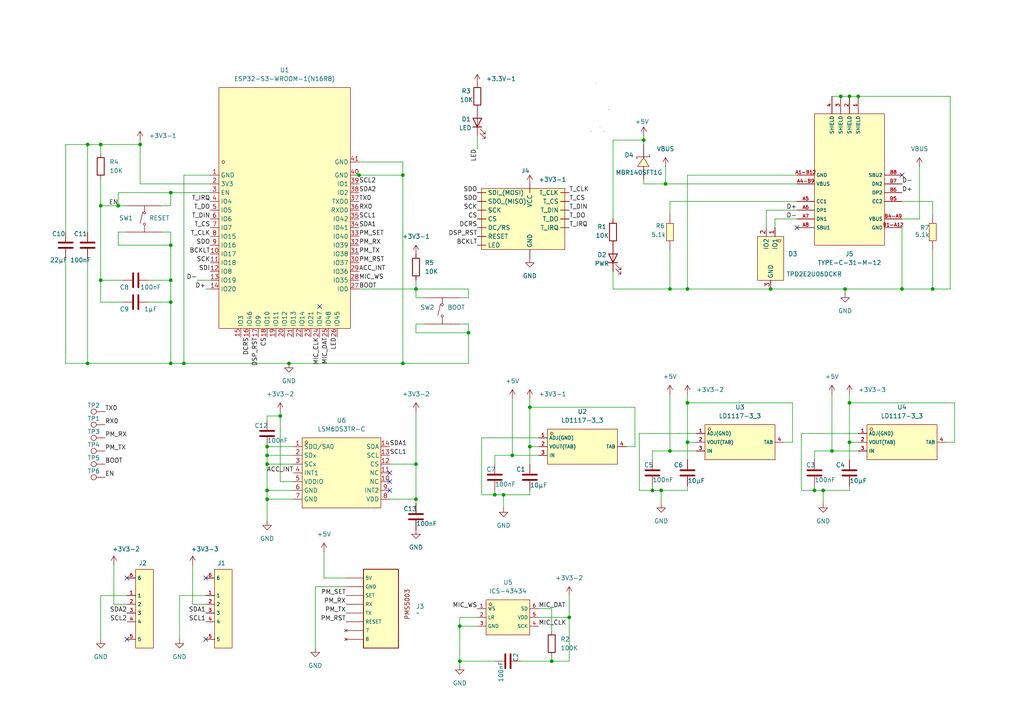
<source format=kicad_sch>
(kicad_sch (version 20250114) (generator "eeschema") (generator_version "9.0")
  (paper "A4")
  (title_block (title "ESPr") (date "2025-02-23") (rev "0.1.1") (company "PDX Hackerspace") (comment 1 "John Romkey"))
  (lib_symbols
    (symbol "1mySymbols:PMS5003_Connector" (pin_numbers (hide yes))
      (property "Reference" "J" (at 0 26.67 0))
      (symbol "PMS5003_Connector_1_0"
        (pin power_in line (at -10.16 21.59 0) (length 5.08) (name "5V") (number "1"))
        (pin power_in line (at -10.16 19.05 0) (length 5.08) (name "GND") (number "2"))
        (pin input line (at -10.16 16.51 0) (length 5.08) (name "SET") (number "3"))
        (pin input line (at -10.16 13.97 0) (length 5.08) (name "RX") (number "4"))
        (pin output line (at -10.16 11.43 0) (length 5.08) (name "TX") (number "5"))
        (pin input line (at -10.16 8.89 0) (length 5.08) (name "RESET") (number "6"))
        (pin no_connect line (at -10.16 6.35 0) (length 5.08) (name "7") (number "7"))
        (pin no_connect line (at -10.16 3.81 0) (length 5.08) (name "8") (number "8"))
      )
      (symbol "PMS5003_Connector_1_1"
        (text "PMS5003" (at 7.62 13.97 900) (effects (font (size 1.27 1.27))))
      )
    )
    (symbol "1mySymbols:SPI_TFT_Touch" (pin_numbers (hide yes))
      (property "Reference" "U" (at 0 12.7 0))
      (symbol "SPI_TFT_Touch_1_1"
        (pin input line (at -13.97 6.35 0) (length 2.54) (name "SDI_(MOSI)") (number "6"))
        (pin input line (at -13.97 3.81 0) (length 2.54) (name "SDO_(MISO)") (number "9"))
        (pin input line (at -13.97 1.27 0) (length 2.54) (name "SCK") (number "7"))
        (pin input line (at -13.97 -1.27 0) (length 2.54) (name "CS") (number "3"))
        (pin input line (at -13.97 -3.81 0) (length 2.54) (name "DC/RS") (number "5"))
        (pin input line (at -13.97 -6.35 0) (length 2.54) (name "RESET") (number "4"))
        (pin input line (at -13.97 -8.89 0) (length 2.54) (name "LED") (number "8"))
        (pin power_in line (at 1.27 8.89 270) (length 2.54) (name "VCC") (number "1"))
        (pin power_in line (at 1.27 -12.7 90) (length 2.54) (name "GND") (number "2"))
        (pin input line (at 12.7 6.35 180) (length 2.54) (name "T_CLK") (number "10"))
        (pin input line (at 12.7 3.81 180) (length 2.54) (name "T_CS") (number "11"))
        (pin input line (at 12.7 1.27 180) (length 2.54) (name "T_DIN") (number "12"))
        (pin output line (at 12.7 -1.27 180) (length 2.54) (name "T_DO") (number "13"))
        (pin output line (at 12.7 -3.81 180) (length 2.54) (name "T_IRQ") (number "14"))
      )
    )
    (symbol "AR02BTC5101_1" (pin_numbers (hide yes)) (pin_names (hide yes))
      (property "Reference" "R" (at 0 1.27 0))
      (property "Value" "AR02BTC5101" (at 0 -2.54 0))
      (symbol "AR02BTC5101_1_0_1"
        (pin unspecified line (at -5.08 0 0) (length 2.54) (name "1") (number "1"))
        (pin unspecified line (at 5.08 0 180) (length 2.54) (name "2") (number "2"))
      )
    )
    (symbol "Connector:TestPoint" (pin_numbers (hide yes)) (pin_names (offset 0.762) (hide yes))
      (property "Reference" "TP" (at 0 6.858 0))
      (property "Value" "TestPoint" (at 0 5.08 0))
      (symbol "TestPoint_1_1"
        (pin passive line (at 0 0 90) (length 2.54) (name "1") (number "1"))
      )
    )
    (symbol "Device:C" (pin_numbers (hide yes)) (pin_names (offset 0.254))
      (property "Reference" "C" (at 0.635 2.54 0))
      (property "Value" "C" (at 0.635 -2.54 0))
      (symbol "C_1_1"
        (pin passive line (at 0 3.81 270) (length 2.794) (name "~") (number "1"))
        (pin passive line (at 0 -3.81 90) (length 2.794) (name "~") (number "2"))
      )
    )
    (symbol "Device:LED" (pin_numbers (hide yes)) (pin_names (offset 1.016) (hide yes))
      (property "Reference" "D" (at 0 2.54 0))
      (property "Value" "LED" (at 0 -2.54 0))
      (symbol "LED_1_1"
        (pin passive line (at -3.81 0 0) (length 2.54) (name "K") (number "1"))
        (pin passive line (at 3.81 0 180) (length 2.54) (name "A") (number "2"))
      )
    )
    (symbol "Device:R" (pin_numbers (hide yes)) (pin_names (offset 0))
      (property "Reference" "R" (at 2.032 0 90))
      (property "Value" "R" (at 0 0 90))
      (symbol "R_1_1"
        (pin passive line (at 0 3.81 270) (length 1.27) (name "~") (number "1"))
        (pin passive line (at 0 -3.81 90) (length 1.27) (name "~") (number "2"))
      )
    )
    (symbol "EasyEDA:LSM6DS3TR-C"
      (property "Reference" "U" (at 0 12.7 0))
      (property "Value" "LSM6DS3TR-C" (at 0 -12.7 0))
      (symbol "LSM6DS3TR-C_0_1"
        (pin unspecified line (at -13.97 7.62 0) (length 2.54) (name "SDO/SA0") (number "1"))
        (pin unspecified line (at -13.97 5.08 0) (length 2.54) (name "SDx") (number "2"))
        (pin unspecified line (at -13.97 2.54 0) (length 2.54) (name "SCx") (number "3"))
        (pin unspecified line (at -13.97 0 0) (length 2.54) (name "INT1") (number "4"))
        (pin unspecified line (at -13.97 -2.54 0) (length 2.54) (name "VDDIO") (number "5"))
        (pin unspecified line (at -13.97 -5.08 0) (length 2.54) (name "GND") (number "6"))
        (pin unspecified line (at -13.97 -7.62 0) (length 2.54) (name "GND") (number "7"))
        (pin unspecified line (at 13.97 7.62 180) (length 2.54) (name "SDA") (number "14"))
        (pin unspecified line (at 13.97 5.08 180) (length 2.54) (name "SCL") (number "13"))
        (pin unspecified line (at 13.97 2.54 180) (length 2.54) (name "CS") (number "12"))
        (pin unspecified line (at 13.97 0 180) (length 2.54) (name "NC") (number "11"))
        (pin unspecified line (at 13.97 -2.54 180) (length 2.54) (name "NC") (number "10"))
        (pin unspecified line (at 13.97 -5.08 180) (length 2.54) (name "INT2") (number "9"))
        (pin unspecified line (at 13.97 -7.62 180) (length 2.54) (name "VDD") (number "8"))
      )
    )
    (symbol "TS-1187A-B-A-B_1" (pin_numbers (hide yes)) (pin_names (hide yes))
      (property "Reference" "SW" (at 0 7.62 0))
      (property "Value" "TS-1187A-B-A-B" (at 0 -10.16 0))
      (symbol "TS-1187A-B-A-B_1_0_1"
        (pin unspecified line (at -5.08 2.54 0) (length 2.54) (name "A") (number "1"))
        (pin unspecified line (at -5.08 -5.08 0) (length 2.54) (name "C") (number "3"))
        (pin unspecified line (at 5.08 2.54 180) (length 2.54) (name "B") (number "2"))
        (pin unspecified line (at 5.08 -5.08 180) (length 2.54) (name "D") (number "4"))
      )
    )
    (symbol "easyeda2kicad.kicad_sym:AR02BTC5101" (pin_numbers (hide yes)) (pin_names (hide yes))
      (property "Reference" "R" (at 0 1.27 0))
      (property "Value" "AR02BTC5101" (at 0 -2.54 0))
      (symbol "AR02BTC5101_0_1"
        (pin unspecified line (at -5.08 0 0) (length 2.54) (name "1") (number "1"))
        (pin unspecified line (at 5.08 0 180) (length 2.54) (name "2") (number "2"))
      )
    )
    (symbol "easyeda2kicad.kicad_sym:ICS-43434_C5656610"
      (property "Reference" "U" (at 0 1.27 0))
      (property "Value" "ICS-43434_C5656610" (at 0 -2.54 0))
      (symbol "ICS-43434_C5656610_0_1"
        (pin unspecified line (at -8.89 2.54 0) (length 2.54) (name "WS") (number "1"))
        (pin unspecified line (at -8.89 0 0) (length 2.54) (name "LR") (number "2"))
        (pin unspecified line (at -8.89 -2.54 0) (length 2.54) (name "GND") (number "3"))
        (pin unspecified line (at 8.89 2.54 180) (length 2.54) (name "SD") (number "6"))
        (pin unspecified line (at 8.89 0 180) (length 2.54) (name "VDD") (number "5"))
        (pin unspecified line (at 8.89 -2.54 180) (length 2.54) (name "SCK") (number "4"))
      )
    )
    (symbol "easyeda2kicad.kicad_sym:LD1117-3_3"
      (property "Reference" "U" (at 0 1.27 0))
      (property "Value" "LD1117-3_3" (at 0 -2.54 0))
      (symbol "LD1117-3_3_0_1"
        (pin power_in line (at -12.7 2.54 0) (length 2.54) (name "ADJ(GND)") (number "1"))
        (pin power_out line (at -12.7 0 0) (length 2.54) (name "VOUT(TAB)") (number "2"))
        (pin power_in line (at -12.7 -2.54 0) (length 2.54) (name "IN") (number "3"))
        (pin power_in line (at 12.7 0 180) (length 2.54) (name "TAB") (number "4"))
      )
    )
    (symbol "easyeda2kicad.kicad_sym:MC-311D"
      (property "Reference" "U" (at 0 1.27 0))
      (property "Value" "MC-311D" (at 0 -2.54 0))
      (symbol "MC-311D_0_1"
        (pin unspecified line (at -15.24 -1.27 0) (length 5.08) (name "GND") (number "A1-B12"))
        (pin unspecified line (at -15.24 -3.81 0) (length 5.08) (name "VBUS") (number "A4-B9"))
        (pin unspecified line (at -15.24 -8.89 0) (length 5.08) (name "CC1") (number "A5"))
        (pin unspecified line (at -15.24 -11.43 0) (length 5.08) (name "DP1") (number "A6"))
        (pin unspecified line (at -15.24 -13.97 0) (length 5.08) (name "DN1") (number "A7"))
        (pin unspecified line (at -15.24 -16.51 0) (length 5.08) (name "SBU1") (number "A8"))
        (pin unspecified line (at -5.08 21.59 270) (length 5.08) (name "SHIELD") (number "4"))
        (pin unspecified line (at -2.54 21.59 270) (length 5.08) (name "SHIELD") (number "3"))
        (pin unspecified line (at 0 21.59 270) (length 5.08) (name "SHIELD") (number "2"))
        (pin unspecified line (at 2.54 21.59 270) (length 5.08) (name "SHIELD") (number "1"))
        (pin unspecified line (at 15.24 -1.27 180) (length 5.08) (name "SBU2") (number "B8"))
        (pin unspecified line (at 15.24 -3.81 180) (length 5.08) (name "DN2") (number "B7"))
        (pin unspecified line (at 15.24 -6.35 180) (length 5.08) (name "DP2") (number "B6"))
        (pin unspecified line (at 15.24 -8.89 180) (length 5.08) (name "CC2") (number "B5"))
        (pin unspecified line (at 15.24 -13.97 180) (length 5.08) (name "VBUS") (number "B4-A9"))
        (pin unspecified line (at 15.24 -16.51 180) (length 5.08) (name "GND") (number "B1-A12"))
      )
    )
    (symbol "easyeda2kicad.kicad_sym:SM04B-SRSS-TB_(LF)(SN)"
      (property "Reference" "U" (at 0 1.27 0))
      (property "Value" "SM04B-SRSS-TB_(LF)(SN)" (at 0 -2.54 0))
      (symbol "SM04B-SRSS-TB_(LF)(SN)_0_1"
        (pin unspecified line (at -8.89 3.81 270) (length 2.54) (name "6") (number "6"))
        (pin unspecified line (at -3.81 3.81 270) (length 2.54) (name "1") (number "1"))
        (pin unspecified line (at -1.27 3.81 270) (length 2.54) (name "2") (number "2"))
        (pin unspecified line (at 1.27 3.81 270) (length 2.54) (name "3") (number "3"))
        (pin unspecified line (at 3.81 3.81 270) (length 2.54) (name "4") (number "4"))
        (pin unspecified line (at 8.89 3.81 270) (length 2.54) (name "5") (number "5"))
      )
    )
    (symbol "new:ESP32-S3-WROOM-1(N16R8)"
      (property "Reference" "U" (at 0 20.32 0))
      (property "Value" "ESP32-S3-WROOM-1(N16R8)" (at 0 -40.64 0))
      (symbol "ESP32-S3-WROOM-1(N16R8)_0_1"
        (pin unspecified line (at -21.59 11.43 0) (length 2.54) (name "GND") (number "1"))
        (pin unspecified line (at -21.59 8.89 0) (length 2.54) (name "3V3") (number "2"))
        (pin unspecified line (at -21.59 6.35 0) (length 2.54) (name "EN") (number "3"))
        (pin unspecified line (at -21.59 3.81 0) (length 2.54) (name "IO4") (number "4"))
        (pin unspecified line (at -21.59 1.27 0) (length 2.54) (name "IO5") (number "5"))
        (pin unspecified line (at -21.59 -1.27 0) (length 2.54) (name "IO6") (number "6"))
        (pin unspecified line (at -21.59 -3.81 0) (length 2.54) (name "IO7") (number "7"))
        (pin unspecified line (at -21.59 -6.35 0) (length 2.54) (name "IO15") (number "8"))
        (pin unspecified line (at -21.59 -8.89 0) (length 2.54) (name "IO16") (number "9"))
        (pin unspecified line (at -21.59 -11.43 0) (length 2.54) (name "IO17") (number "10"))
        (pin unspecified line (at -21.59 -13.97 0) (length 2.54) (name "IO18") (number "11"))
        (pin unspecified line (at -21.59 -16.51 0) (length 2.54) (name "IO8") (number "12"))
        (pin unspecified line (at -21.59 -19.05 0) (length 2.54) (name "IO19") (number "13"))
        (pin unspecified line (at -21.59 -21.59 0) (length 2.54) (name "IO20") (number "14"))
        (pin unspecified line (at -12.7 -35.56 90) (length 2.54) (name "IO3") (number "15"))
        (pin unspecified line (at -10.16 -35.56 90) (length 2.54) (name "IO46") (number "16"))
        (pin unspecified line (at -7.62 -35.56 90) (length 2.54) (name "IO9") (number "17"))
        (pin unspecified line (at -5.08 -35.56 90) (length 2.54) (name "IO10") (number "18"))
        (pin unspecified line (at -2.54 -35.56 90) (length 2.54) (name "IO11") (number "19"))
        (pin unspecified line (at 0 -35.56 90) (length 2.54) (name "IO12") (number "20"))
        (pin unspecified line (at 2.54 -35.56 90) (length 2.54) (name "IO13") (number "21"))
        (pin unspecified line (at 5.08 -35.56 90) (length 2.54) (name "IO14") (number "22"))
        (pin unspecified line (at 7.62 -35.56 90) (length 2.54) (name "IO21") (number "23"))
        (pin unspecified line (at 10.16 -35.56 90) (length 2.54) (name "IO47") (number "24"))
        (pin unspecified line (at 12.7 -35.56 90) (length 2.54) (name "IO48") (number "25"))
        (pin unspecified line (at 15.24 -35.56 90) (length 2.54) (name "IO45") (number "26"))
        (pin unspecified line (at 21.59 15.24 180) (length 2.54) (name "GND") (number "41"))
        (pin unspecified line (at 21.59 11.43 180) (length 2.54) (name "GND") (number "40"))
        (pin unspecified line (at 21.59 8.89 180) (length 2.54) (name "IO1") (number "39"))
        (pin unspecified line (at 21.59 6.35 180) (length 2.54) (name "IO2") (number "38"))
        (pin unspecified line (at 21.59 3.81 180) (length 2.54) (name "TXD0") (number "37"))
        (pin unspecified line (at 21.59 1.27 180) (length 2.54) (name "RXD0") (number "36"))
        (pin unspecified line (at 21.59 -1.27 180) (length 2.54) (name "IO42") (number "35"))
        (pin unspecified line (at 21.59 -3.81 180) (length 2.54) (name "IO41") (number "34"))
        (pin unspecified line (at 21.59 -6.35 180) (length 2.54) (name "IO40") (number "33"))
        (pin unspecified line (at 21.59 -8.89 180) (length 2.54) (name "IO39") (number "32"))
        (pin unspecified line (at 21.59 -11.43 180) (length 2.54) (name "IO38") (number "31"))
        (pin unspecified line (at 21.59 -13.97 180) (length 2.54) (name "IO37") (number "30"))
        (pin unspecified line (at 21.59 -16.51 180) (length 2.54) (name "IO36") (number "29"))
        (pin unspecified line (at 21.59 -19.05 180) (length 2.54) (name "IO35") (number "28"))
        (pin unspecified line (at 21.59 -21.59 180) (length 2.54) (name "IO0") (number "27"))
      )
    )
    (symbol "new:MBR140SFT1G" (pin_numbers (hide yes)) (pin_names (hide yes))
      (property "Reference" "D" (at 0 5.08 0))
      (property "Value" "MBR140SFT1G" (at 0 -5.08 0))
      (symbol "MBR140SFT1G_0_1"
        (pin unspecified line (at -5.08 0 0) (length 3.81) (name "K") (number "1"))
        (pin unspecified line (at 5.08 0 180) (length 3.81) (name "A") (number "2"))
      )
    )
    (symbol "new:TPD2E2U06DCKR"
      (property "Reference" "D" (at 0 6.35 0))
      (property "Value" "TPD2E2U06DCKR" (at 0 -6.35 0))
      (symbol "TPD2E2U06DCKR_0_1"
        (pin unspecified line (at -8.89 1.27 0) (length 2.54) (name "IO1") (number "1"))
        (pin unspecified line (at -8.89 -1.27 0) (length 2.54) (name "IO2") (number "2"))
        (pin unspecified line (at 8.89 0 180) (length 2.54) (name "GND") (number "3"))
      )
    )
    (symbol "new:TS-1187A-B-A-B" (pin_numbers (hide yes)) (pin_names (hide yes))
      (property "Reference" "SW" (at 0 7.62 0))
      (property "Value" "TS-1187A-B-A-B" (at 0 -10.16 0))
      (symbol "TS-1187A-B-A-B_0_1"
        (pin unspecified line (at -5.08 2.54 0) (length 2.54) (name "A") (number "1"))
        (pin unspecified line (at -5.08 -5.08 0) (length 2.54) (name "C") (number "3"))
        (pin unspecified line (at 5.08 2.54 180) (length 2.54) (name "B") (number "2"))
        (pin unspecified line (at 5.08 -5.08 180) (length 2.54) (name "D") (number "4"))
      )
    )
    (symbol "power:+3V3" (power) (pin_numbers (hide yes)) (pin_names (offset 0) (hide yes))
      (property "Value" "+3V3" (at 0 3.556 0))
      (symbol "+3V3_1_1"
        (pin power_in line (at 0 0 90) (length 0) (name "~") (number "1"))
      )
    )
    (symbol "power:+5V" (power) (pin_numbers (hide yes)) (pin_names (offset 0) (hide yes))
      (property "Value" "+5V" (at 0 3.556 0))
      (symbol "+5V_1_1"
        (pin power_in line (at 0 0 90) (length 0) (name "~") (number "1"))
      )
    )
    (symbol "power:GND" (power) (pin_numbers (hide yes)) (pin_names (offset 0) (hide yes))
      (property "Value" "GND" (at 0 -3.81 0))
      (symbol "GND_1_1"
        (pin power_in line (at 0 0 270) (length 0) (name "~") (number "1"))
      )
    )
    (symbol "power:VBUS" (power) (pin_numbers (hide yes)) (pin_names (offset 0) (hide yes))
      (property "Value" "VBUS" (at 0 3.556 0))
      (symbol "VBUS_1_1"
        (pin power_in line (at 0 0 90) (length 0) (name "~") (number "1"))
      )
    )
  )
  (junction (at 245.11 83.82))
  (junction (at 29.21 41.91))
  (junction (at 116.84 105.41))
  (junction (at 241.3 130.81))
  (junction (at 120.65 134.62))
  (junction (at 25.4 41.91))
  (junction (at 53.34 105.41))
  (junction (at 49.53 81.28))
  (junction (at 238.76 142.24))
  (junction (at 49.53 55.88))
  (junction (at 120.65 144.78))
  (junction (at 160.02 191.77))
  (junction (at 143.51 143.51))
  (junction (at 116.84 50.8))
  (junction (at 77.47 144.78))
  (junction (at 83.82 105.41))
  (junction (at 248.92 27.94))
  (junction (at 153.67 118.11))
  (junction (at 223.52 83.82))
  (junction (at 194.31 130.81))
  (junction (at 104.14 50.8))
  (junction (at 246.38 116.84))
  (junction (at 193.04 53.34))
  (junction (at 77.47 129.54))
  (junction (at 194.31 83.82))
  (junction (at 199.39 83.82))
  (junction (at 165.1 179.07))
  (junction (at 243.84 27.94))
  (junction (at 153.67 129.54))
  (junction (at 77.47 134.62))
  (junction (at 261.62 83.82))
  (junction (at 49.53 87.63))
  (junction (at 148.59 132.08))
  (junction (at 49.53 71.12))
  (junction (at 199.39 116.84))
  (junction (at 25.4 105.41))
  (junction (at 146.05 143.51))
  (junction (at 186.69 40.64))
  (junction (at 189.23 142.24))
  (junction (at 81.28 120.65))
  (junction (at 34.29 59.69))
  (junction (at 246.38 128.27))
  (junction (at 120.65 83.82))
  (junction (at 77.47 142.24))
  (junction (at 40.64 41.91))
  (junction (at 199.39 128.27))
  (junction (at 29.21 81.28))
  (junction (at 49.53 105.41))
  (junction (at 246.38 27.94))
  (junction (at 191.77 142.24))
  (junction (at 236.22 142.24))
  (junction (at 77.47 132.08))
  (junction (at 133.35 181.61))
  (junction (at 270.51 83.82))
  (junction (at 133.35 191.77))
  (junction (at 135.89 96.52))
  (junction (at 29.21 59.69))
  (no_connect (at 113.03 142.24))
  (no_connect (at 59.69 167.64))
  (no_connect (at 231.14 66.04))
  (no_connect (at 261.62 50.8))
  (no_connect (at 36.83 167.64))
  (no_connect (at 92.71 88.9))
  (no_connect (at 113.03 137.16))
  (no_connect (at 113.03 139.7))
  (no_connect (at 36.83 185.42))
  (no_connect (at 59.69 185.42))
  (wire (pts (xy 261.62 83.82) (xy 270.51 83.82)))
  (wire (pts (xy 43.18 81.28) (xy 49.53 81.28)))
  (wire (pts (xy 160.02 191.77) (xy 165.1 191.77)))
  (wire (pts (xy 201.93 128.27) (xy 199.39 128.27)))
  (wire (pts (xy 151.13 191.77) (xy 160.02 191.77)))
  (wire (pts (xy 241.3 27.94) (xy 243.84 27.94)))
  (wire (pts (xy 120.65 83.82) (xy 135.89 83.82)))
  (wire (pts (xy 199.39 142.24) (xy 199.39 140.97)))
  (wire (pts (xy 19.05 41.91) (xy 25.4 41.91)))
  (wire (pts (xy 29.21 172.72) (xy 29.21 185.42)))
  (wire (pts (xy 120.65 96.52) (xy 135.89 96.52)))
  (wire (pts (xy 177.8 83.82) (xy 194.31 83.82)))
  (wire (pts (xy 77.47 134.62) (xy 77.47 142.24)))
  (wire (pts (xy 34.29 59.69) (xy 29.21 59.69)))
  (wire (pts (xy 143.51 132.08) (xy 148.59 132.08)))
  (wire (pts (xy 156.21 132.08) (xy 148.59 132.08)))
  (wire (pts (xy 261.62 63.5) (xy 266.7 63.5)))
  (wire (pts (xy 60.96 50.8) (xy 53.34 50.8)))
  (wire (pts (xy 139.7 127) (xy 139.7 143.51)))
  (wire (pts (xy 181.61 129.54) (xy 184.15 129.54)))
  (wire (pts (xy 91.44 170.18) (xy 91.44 187.96)))
  (wire (pts (xy 34.29 59.69) (xy 36.83 59.69)))
  (wire (pts (xy 77.47 144.78) (xy 77.47 151.13)))
  (wire (pts (xy 40.64 41.91) (xy 40.64 53.34)))
  (wire (pts (xy 238.76 142.24) (xy 246.38 142.24)))
  (wire (pts (xy 245.11 83.82) (xy 245.11 85.09)))
  (wire (pts (xy 143.51 132.08) (xy 143.51 134.62)))
  (wire (pts (xy 49.53 59.69) (xy 46.99 59.69)))
  (wire (pts (xy 120.65 144.78) (xy 120.65 146.05)))
  (wire (pts (xy 160.02 176.53) (xy 160.02 182.88)))
  (wire (pts (xy 138.43 179.07) (xy 133.35 179.07)))
  (wire (pts (xy 227.33 128.27) (xy 229.87 128.27)))
  (wire (pts (xy 223.52 83.82) (xy 245.11 83.82)))
  (wire (pts (xy 139.7 143.51) (xy 143.51 143.51)))
  (wire (pts (xy 49.53 105.41) (xy 53.34 105.41)))
  (wire (pts (xy 275.59 83.82) (xy 270.51 83.82)))
  (wire (pts (xy 40.64 53.34) (xy 60.96 53.34)))
  (wire (pts (xy 83.82 105.41) (xy 116.84 105.41)))
  (wire (pts (xy 29.21 59.69) (xy 29.21 81.28)))
  (wire (pts (xy 113.03 144.78) (xy 120.65 144.78)))
  (wire (pts (xy 116.84 46.99) (xy 116.84 50.8)))
  (wire (pts (xy 229.87 128.27) (xy 229.87 116.84)))
  (wire (pts (xy 199.39 128.27) (xy 199.39 133.35)))
  (wire (pts (xy 236.22 142.24) (xy 238.76 142.24)))
  (wire (pts (xy 246.38 142.24) (xy 246.38 140.97)))
  (wire (pts (xy 120.65 83.82) (xy 120.65 86.36)))
  (wire (pts (xy 153.67 129.54) (xy 153.67 134.62)))
  (wire (pts (xy 77.47 132.08) (xy 77.47 134.62)))
  (wire (pts (xy 184.15 129.54) (xy 184.15 118.11)))
  (wire (pts (xy 156.21 179.07) (xy 165.1 179.07)))
  (wire (pts (xy 185.42 125.73) (xy 185.42 142.24)))
  (wire (pts (xy 120.65 93.98) (xy 120.65 96.52)))
  (wire (pts (xy 224.79 63.5) (xy 231.14 63.5)))
  (wire (pts (xy 49.53 81.28) (xy 49.53 87.63)))
  (wire (pts (xy 33.02 163.83) (xy 33.02 175.26)))
  (wire (pts (xy 248.92 125.73) (xy 232.41 125.73)))
  (wire (pts (xy 49.53 55.88) (xy 49.53 59.69)))
  (wire (pts (xy 93.98 160.02) (xy 93.98 167.64)))
  (wire (pts (xy 120.65 86.36) (xy 123.19 86.36)))
  (wire (pts (xy 138.43 181.61) (xy 133.35 181.61)))
  (wire (pts (xy 40.64 40.64) (xy 40.64 41.91)))
  (wire (pts (xy 199.39 50.8) (xy 231.14 50.8)))
  (wire (pts (xy 275.59 27.94) (xy 275.59 83.82)))
  (wire (pts (xy 113.03 134.62) (xy 120.65 134.62)))
  (wire (pts (xy 59.69 172.72) (xy 52.07 172.72)))
  (wire (pts (xy 81.28 119.38) (xy 81.28 120.65)))
  (wire (pts (xy 104.14 46.99) (xy 116.84 46.99)))
  (wire (pts (xy 156.21 176.53) (xy 160.02 176.53)))
  (wire (pts (xy 53.34 50.8) (xy 53.34 105.41)))
  (wire (pts (xy 34.29 71.12) (xy 49.53 71.12)))
  (wire (pts (xy 85.09 129.54) (xy 77.47 129.54)))
  (wire (pts (xy 146.05 143.51) (xy 146.05 147.32)))
  (wire (pts (xy 165.1 191.77) (xy 165.1 179.07)))
  (wire (pts (xy 186.69 41.91) (xy 186.69 40.64)))
  (wire (pts (xy 60.96 55.88) (xy 49.53 55.88)))
  (wire (pts (xy 120.65 93.98) (xy 123.19 93.98)))
  (wire (pts (xy 236.22 142.24) (xy 236.22 140.97)))
  (wire (pts (xy 34.29 67.31) (xy 34.29 71.12)))
  (wire (pts (xy 276.86 116.84) (xy 246.38 116.84)))
  (wire (pts (xy 57.15 81.28) (xy 60.96 81.28)))
  (wire (pts (xy 36.83 175.26) (xy 33.02 175.26)))
  (wire (pts (xy 274.32 128.27) (xy 276.86 128.27)))
  (wire (pts (xy 85.09 132.08) (xy 77.47 132.08)))
  (wire (pts (xy 186.69 52.07) (xy 186.69 53.34)))
  (wire (pts (xy 189.23 130.81) (xy 189.23 133.35)))
  (wire (pts (xy 143.51 143.51) (xy 146.05 143.51)))
  (wire (pts (xy 246.38 128.27) (xy 246.38 133.35)))
  (wire (pts (xy 138.43 39.37) (xy 138.43 43.18)))
  (wire (pts (xy 25.4 41.91) (xy 25.4 67.31)))
  (wire (pts (xy 19.05 41.91) (xy 19.05 67.31)))
  (wire (pts (xy 270.51 58.42) (xy 270.51 62.23)))
  (wire (pts (xy 248.92 128.27) (xy 246.38 128.27)))
  (wire (pts (xy 77.47 121.92) (xy 77.47 120.65)))
  (wire (pts (xy 19.05 105.41) (xy 25.4 105.41)))
  (wire (pts (xy 120.65 134.62) (xy 120.65 144.78)))
  (wire (pts (xy 29.21 52.07) (xy 29.21 59.69)))
  (wire (pts (xy 135.89 86.36) (xy 133.35 86.36)))
  (wire (pts (xy 135.89 96.52) (xy 135.89 105.41)))
  (wire (pts (xy 236.22 130.81) (xy 241.3 130.81)))
  (wire (pts (xy 49.53 71.12) (xy 49.53 81.28)))
  (wire (pts (xy 245.11 83.82) (xy 261.62 83.82)))
  (wire (pts (xy 224.79 63.5) (xy 224.79 66.04)))
  (wire (pts (xy 120.65 81.28) (xy 120.65 83.82)))
  (wire (pts (xy 77.47 142.24) (xy 85.09 142.24)))
  (wire (pts (xy 270.51 83.82) (xy 270.51 72.39)))
  (wire (pts (xy 100.33 167.64) (xy 93.98 167.64)))
  (wire (pts (xy 116.84 105.41) (xy 135.89 105.41)))
  (wire (pts (xy 29.21 41.91) (xy 29.21 44.45)))
  (wire (pts (xy 34.29 67.31) (xy 36.83 67.31)))
  (wire (pts (xy 104.14 50.8) (xy 116.84 50.8)))
  (wire (pts (xy 77.47 142.24) (xy 77.47 144.78)))
  (wire (pts (xy 133.35 181.61) (xy 133.35 191.77)))
  (wire (pts (xy 261.62 66.04) (xy 261.62 83.82)))
  (wire (pts (xy 194.31 83.82) (xy 194.31 72.39)))
  (wire (pts (xy 43.18 87.63) (xy 49.53 87.63)))
  (wire (pts (xy 143.51 143.51) (xy 143.51 142.24)))
  (wire (pts (xy 153.67 143.51) (xy 153.67 142.24)))
  (wire (pts (xy 133.35 191.77) (xy 143.51 191.77)))
  (wire (pts (xy 156.21 127) (xy 139.7 127)))
  (wire (pts (xy 199.39 83.82) (xy 223.52 83.82)))
  (wire (pts (xy 194.31 58.42) (xy 231.14 58.42)))
  (wire (pts (xy 246.38 116.84) (xy 246.38 128.27)))
  (wire (pts (xy 177.8 40.64) (xy 177.8 63.5)))
  (wire (pts (xy 91.44 170.18) (xy 100.33 170.18)))
  (wire (pts (xy 29.21 41.91) (xy 40.64 41.91)))
  (wire (pts (xy 153.67 115.57) (xy 153.67 118.11)))
  (wire (pts (xy 133.35 93.98) (xy 135.89 93.98)))
  (wire (pts (xy 135.89 93.98) (xy 135.89 96.52)))
  (wire (pts (xy 194.31 114.3) (xy 194.31 130.81)))
  (wire (pts (xy 199.39 116.84) (xy 199.39 128.27)))
  (wire (pts (xy 133.35 193.04) (xy 133.35 191.77)))
  (wire (pts (xy 146.05 143.51) (xy 153.67 143.51)))
  (wire (pts (xy 266.7 48.26) (xy 266.7 63.5)))
  (wire (pts (xy 193.04 48.26) (xy 193.04 53.34)))
  (wire (pts (xy 194.31 62.23) (xy 194.31 58.42)))
  (wire (pts (xy 49.53 87.63) (xy 49.53 105.41)))
  (wire (pts (xy 236.22 130.81) (xy 236.22 133.35)))
  (wire (pts (xy 81.28 120.65) (xy 81.28 139.7)))
  (wire (pts (xy 153.67 118.11) (xy 153.67 129.54)))
  (wire (pts (xy 199.39 114.3) (xy 199.39 116.84)))
  (wire (pts (xy 194.31 83.82) (xy 199.39 83.82)))
  (wire (pts (xy 77.47 120.65) (xy 81.28 120.65)))
  (wire (pts (xy 248.92 130.81) (xy 241.3 130.81)))
  (wire (pts (xy 222.25 60.96) (xy 222.25 66.04)))
  (wire (pts (xy 276.86 128.27) (xy 276.86 116.84)))
  (wire (pts (xy 77.47 134.62) (xy 85.09 134.62)))
  (wire (pts (xy 191.77 142.24) (xy 191.77 146.05)))
  (wire (pts (xy 116.84 50.8) (xy 116.84 105.41)))
  (wire (pts (xy 261.62 58.42) (xy 270.51 58.42)))
  (wire (pts (xy 102.87 50.8) (xy 104.14 50.8)))
  (wire (pts (xy 25.4 74.93) (xy 25.4 105.41)))
  (wire (pts (xy 77.47 129.54) (xy 77.47 132.08)))
  (wire (pts (xy 231.14 60.96) (xy 222.25 60.96)))
  (wire (pts (xy 49.53 67.31) (xy 49.53 71.12)))
  (wire (pts (xy 49.53 55.88) (xy 34.29 55.88)))
  (wire (pts (xy 156.21 129.54) (xy 153.67 129.54)))
  (wire (pts (xy 186.69 40.64) (xy 177.8 40.64)))
  (wire (pts (xy 191.77 142.24) (xy 199.39 142.24)))
  (wire (pts (xy 185.42 142.24) (xy 189.23 142.24)))
  (wire (pts (xy 19.05 74.93) (xy 19.05 105.41)))
  (wire (pts (xy 201.93 125.73) (xy 185.42 125.73)))
  (wire (pts (xy 59.69 83.82) (xy 60.96 83.82)))
  (wire (pts (xy 53.34 105.41) (xy 83.82 105.41)))
  (wire (pts (xy 248.92 27.94) (xy 275.59 27.94)))
  (wire (pts (xy 184.15 118.11) (xy 153.67 118.11)))
  (wire (pts (xy 201.93 130.81) (xy 194.31 130.81)))
  (wire (pts (xy 52.07 172.72) (xy 52.07 185.42)))
  (wire (pts (xy 189.23 142.24) (xy 191.77 142.24)))
  (wire (pts (xy 186.69 53.34) (xy 193.04 53.34)))
  (wire (pts (xy 34.29 55.88) (xy 34.29 59.69)))
  (wire (pts (xy 148.59 115.57) (xy 148.59 132.08)))
  (wire (pts (xy 243.84 27.94) (xy 246.38 27.94)))
  (wire (pts (xy 36.83 172.72) (xy 29.21 172.72)))
  (wire (pts (xy 29.21 81.28) (xy 29.21 87.63)))
  (wire (pts (xy 165.1 172.72) (xy 165.1 179.07)))
  (wire (pts (xy 133.35 179.07) (xy 133.35 181.61)))
  (wire (pts (xy 246.38 27.94) (xy 248.92 27.94)))
  (wire (pts (xy 232.41 125.73) (xy 232.41 142.24)))
  (wire (pts (xy 177.8 78.74) (xy 177.8 83.82)))
  (wire (pts (xy 229.87 116.84) (xy 199.39 116.84)))
  (wire (pts (xy 246.38 114.3) (xy 246.38 116.84)))
  (wire (pts (xy 85.09 139.7) (xy 81.28 139.7)))
  (wire (pts (xy 232.41 142.24) (xy 236.22 142.24)))
  (wire (pts (xy 104.14 83.82) (xy 120.65 83.82)))
  (wire (pts (xy 29.21 87.63) (xy 35.56 87.63)))
  (wire (pts (xy 29.21 81.28) (xy 35.56 81.28)))
  (wire (pts (xy 135.89 83.82) (xy 135.89 86.36)))
  (wire (pts (xy 25.4 41.91) (xy 29.21 41.91)))
  (wire (pts (xy 120.65 119.38) (xy 120.65 134.62)))
  (wire (pts (xy 160.02 190.5) (xy 160.02 191.77)))
  (wire (pts (xy 193.04 53.34) (xy 231.14 53.34)))
  (wire (pts (xy 59.69 175.26) (xy 55.88 175.26)))
  (wire (pts (xy 199.39 50.8) (xy 199.39 83.82)))
  (wire (pts (xy 186.69 40.64) (xy 186.69 39.37)))
  (wire (pts (xy 238.76 142.24) (xy 238.76 146.05)))
  (wire (pts (xy 189.23 130.81) (xy 194.31 130.81)))
  (wire (pts (xy 241.3 114.3) (xy 241.3 130.81)))
  (wire (pts (xy 46.99 67.31) (xy 49.53 67.31)))
  (wire (pts (xy 189.23 142.24) (xy 189.23 140.97)))
  (wire (pts (xy 55.88 163.83) (xy 55.88 175.26)))
  (wire (pts (xy 25.4 105.41) (xy 49.53 105.41)))
  (wire (pts (xy 77.47 144.78) (xy 85.09 144.78)))
  (label "PM_TX" (at 104.14 73.66 0))
  (label "DSP_RST" (at 138.43 68.58 180))
  (label "PM_RX" (at 104.14 71.12 0))
  (label "DSP_RST" (at 74.93 97.79 270))
  (label "T_IRQ" (at 165.1 66.04 0))
  (label "SDA2" (at 104.14 55.88 0))
  (label "MIC_DAT" (at 156.21 176.53 0))
  (label "SCK" (at 138.43 60.96 180))
  (label "SDA1" (at 104.14 66.04 0))
  (label "SCK" (at 60.96 76.2 180))
  (label "SDO" (at 138.43 55.88 180))
  (label "T_DO" (at 60.96 60.96 180))
  (label "MIC_DAT" (at 95.25 97.79 270))
  (label "T_CLK" (at 165.1 55.88 0))
  (label "SDI" (at 60.96 78.74 180))
  (label "PM_RST" (at 104.14 76.2 0))
  (label "D-" (at 57.15 81.28 180))
  (label "BCKLT" (at 138.43 71.12 180))
  (label "SDA1" (at 113.03 129.54 0))
  (label "PM_RX" (at 30.48 127 0))
  (label "CS" (at 77.47 97.79 270))
  (label "BOOT" (at 30.48 134.62 0))
  (label "RX0" (at 30.48 123.19 0))
  (label "TX0" (at 104.14 58.42 0))
  (label "SDO" (at 138.43 58.42 180))
  (label "T_CLK" (at 60.96 68.58 180))
  (label "LED" (at 138.43 43.18 270))
  (label "T_CS" (at 60.96 66.04 180))
  (label "SCL1" (at 59.69 180.34 180))
  (label "MIC_CLK" (at 156.21 181.61 0))
  (label "SDO" (at 60.96 71.12 180))
  (label "PM_RX" (at 100.33 175.26 180))
  (label "ACC_INT" (at 85.09 137.16 180))
  (label "PM_SET" (at 100.33 172.72 180))
  (label "CS" (at 138.43 63.5 180))
  (label "LED" (at 97.79 97.79 270))
  (label "T_DIN" (at 165.1 60.96 0))
  (label "DCRS" (at 138.43 66.04 180))
  (label "MIC_WS" (at 138.43 176.53 180))
  (label "SCL1" (at 113.03 132.08 0))
  (label "D+" (at 59.69 83.82 180))
  (label "SCL2" (at 104.14 53.34 0))
  (label "D-" (at 231.14 63.5 180))
  (label "D+" (at 231.14 60.96 180))
  (label "PM_SET" (at 104.14 68.58 0))
  (label "ACC_INT" (at 104.14 78.74 0))
  (label "SDA2" (at 36.83 177.8 180))
  (label "PM_TX" (at 100.33 177.8 180))
  (label "SCL2" (at 36.83 180.34 180))
  (label "T_DO" (at 165.1 63.5 0))
  (label "T_CS" (at 165.1 58.42 0))
  (label "T_DIN" (at 60.96 63.5 180))
  (label "DCRS" (at 72.39 97.79 270))
  (label "T_IRQ" (at 60.96 58.42 180))
  (label "PM_RST" (at 100.33 180.34 180))
  (label "EN" (at 34.29 59.69 180))
  (label "PM_TX" (at 30.48 130.81 0))
  (label "D-" (at 261.62 53.34 0))
  (label "MIC_WS" (at 104.14 81.28 0))
  (label "TX0" (at 30.48 119.38 0))
  (label "D+" (at 261.62 55.88 0))
  (label "MIC_CLK" (at 92.71 97.79 270))
  (label "BCKLT" (at 60.96 73.66 180))
  (label "RX0" (at 104.14 60.96 0))
  (label "SCL1" (at 104.14 63.5 0))
  (label "SDA1" (at 59.69 177.8 180))
  (label "EN" (at 30.48 138.43 0))
  (label "BOOT" (at 104.14 83.82 0))
  (symbol (lib_id "Device:C") (at 25.4 71.12 0) (unit 1)
    (property "Reference" "C11" (at 23.368 67.818 0))
    (property "Value" "100nF" (at 23.368 75.438 0))
    (property "Footprint" "Capacitor_SMD:C_0805_2012Metric_Pad1.18x1.45mm_HandSolder" (effects (hide yes)))
    (property "Description" "Unpolarized capacitor" (effects (hide yes)))
    (property "LCSC" "C1711" (effects (hide yes)))
  )
  (symbol (lib_id "Connector:TestPoint") (at 30.48 119.38 90) (unit 1)
    (property "Reference" "TP2" (at 27.178 117.602 90))
    (property "Value" "TX0" (effects (hide yes)))
    (property "Footprint" "TestPoint:TestPoint_THTPad_D2.5mm_Drill1.2mm" (effects (hide yes)))
    (property "Description" "test point" (effects (hide yes)))
  )
  (symbol (lib_id "Device:C") (at 77.47 125.73 0) (unit 1)
    (property "Reference" "C12" (at 77.724 123.444 0) (effects (justify right)))
    (property "Value" "100nF" (at 83.566 127.762 0) (effects (justify right)))
    (property "Footprint" "Capacitor_SMD:C_0805_2012Metric_Pad1.18x1.45mm_HandSolder" (effects (hide yes)))
    (property "Description" "Unpolarized capacitor" (effects (hide yes)))
    (property "LCSC" "C1711" (effects (hide yes)))
  )
  (symbol (lib_id "easyeda2kicad.kicad_sym:MC-311D") (at 246.38 49.53 0) (unit 1)
    (property "Reference" "J5" (at 246.38 73.66 0))
    (property "Value" "TYPE-C-31-M-12" (at 246.38 76.2 0))
    (property "Footprint" "footprint:USB-C-SMD_MC-311D" (effects (hide yes)))
    (property "Datasheet" "https://item.szlcsc.com/147739.html" (effects (hide yes)))
    (property "LCSC" "C136423" (effects (hide yes)))
  )
  (symbol (lib_id "Connector:TestPoint") (at 30.48 123.19 90) (unit 1)
    (property "Reference" "TP1" (at 27.178 121.412 90))
    (property "Value" "RX0" (effects (hide yes)))
    (property "Footprint" "TestPoint:TestPoint_THTPad_D2.5mm_Drill1.2mm" (effects (hide yes)))
    (property "Description" "test point" (effects (hide yes)))
  )
  (symbol (lib_id "Device:R") (at 29.21 48.26 0) (unit 1)
    (property "Reference" "R4" (at 31.75 46.9899 0) (effects (justify left)))
    (property "Value" "10K" (at 31.75 49.5299 0) (effects (justify left)))
    (property "Footprint" "Resistor_SMD:R_0805_2012Metric_Pad1.20x1.40mm_HandSolder" (effects (hide yes)))
    (property "Description" "Resistor" (effects (hide yes)))
    (property "LCSC" "C17414" (effects (hide yes)))
  )
  (symbol (lib_id "power:GND") (at 52.07 185.42 0) (unit 1)
    (property "Reference" "#PWR029" (effects (hide yes)))
    (property "Value" "GND" (at 52.07 190.5 0))
    (property "Description" "Power symbol creates a global label with name \"GND\" , ground" (effects (hide yes)))
  )
  (symbol (lib_id "easyeda2kicad.kicad_sym:LD1117-3_3") (at 214.63 128.27 0) (unit 1)
    (property "Reference" "U3" (at 214.63 118.11 0))
    (property "Value" "LD1117-3_3" (at 214.63 120.65 0))
    (property "Footprint" "footprint:SOT-223_L6.7-W3.5-P2.30-BR" (effects (hide yes)))
    (property "Datasheet" "https://item.szlcsc.com/245102.html" (effects (hide yes)))
    (property "LCSC" "C347229" (effects (hide yes)))
  )
  (symbol (lib_id "Device:LED") (at 177.8 74.93 90) (unit 1)
    (property "Reference" "D2" (at 173.228 73.914 90) (effects (justify right)))
    (property "Value" "PWR" (at 172.466 76.454 90) (effects (justify right)))
    (property "Footprint" "LED_SMD:LED_0805_2012Metric" (effects (hide yes)))
    (property "Description" "Light emitting diode" (effects (hide yes)))
    (property "LCSC" "C84256" (effects (hide yes)))
  )
  (symbol (lib_id "power:GND") (at 245.11 85.09 0) (unit 1)
    (property "Reference" "#PWR05" (effects (hide yes)))
    (property "Value" "GND" (at 245.11 90.17 0))
    (property "Description" "Power symbol creates a global label with name \"GND\" , ground" (effects (hide yes)))
  )
  (symbol (lib_id "power:+5V") (at 241.3 114.3 0) (unit 1)
    (property "Reference" "#PWR09" (effects (hide yes)))
    (property "Value" "+5V" (at 241.3 109.22 0))
    (property "Description" "Power symbol creates a global label with name \"+5V\"" (effects (hide yes)))
  )
  (symbol (lib_id "easyeda2kicad.kicad_sym:SM04B-SRSS-TB_(LF)(SN)") (at 63.5 176.53 90) (mirror x) (unit 1)
    (property "Reference" "J1" (at 64.262 163.322 90))
    (property "Value" "SM04B-SRSS-TB_(LF)(SN)" (effects (hide yes)))
    (property "Footprint" "footprint:CONN-SMD_4P-P1.00_SM04B-SRSS-TB-LF-SN" (effects (hide yes)))
    (property "Datasheet" "https://lcsc.com/product-detail/Wire-To-Board-Wire-To-Wire-Connector_JST-Sales-America_SM04B-SRSS-TB-LF-SN_JST-Sales-America-SM04B-SRSS-TB-LF-SN_C160404.html" (effects (hide yes)))
    (property "LCSC" "C160404" (effects (hide yes)))
  )
  (symbol (lib_id "power:+3V3") (at 120.65 73.66 0) (unit 1)
    (property "Reference" "#PWR07" (effects (hide yes)))
    (property "Value" "+3V3-1" (at 120.65 68.58 0))
    (property "Description" "Power symbol creates a global label with name \"+3V3\"" (effects (hide yes)))
  )
  (symbol (lib_id "Device:C") (at 189.23 137.16 0) (unit 1)
    (property "Reference" "C5" (at 189.484 134.874 0) (effects (justify right)))
    (property "Value" "100nF" (at 195.326 139.192 0) (effects (justify right)))
    (property "Footprint" "Capacitor_SMD:C_0805_2012Metric_Pad1.18x1.45mm_HandSolder" (effects (hide yes)))
    (property "Description" "Unpolarized capacitor" (effects (hide yes)))
    (property "LCSC" "C1711" (effects (hide yes)))
  )
  (symbol (lib_id "power:GND") (at 91.44 187.96 0) (unit 1)
    (property "Reference" "#PWR033" (effects (hide yes)))
    (property "Value" "GND" (at 91.44 193.04 0))
    (property "Description" "Power symbol creates a global label with name \"GND\" , ground" (effects (hide yes)))
  )
  (symbol (lib_id "Device:C") (at 199.39 137.16 0) (unit 1)
    (property "Reference" "C6" (at 198.12 134.874 0) (effects (justify right)))
    (property "Value" "10µF" (at 204.47 139.446 0) (effects (justify right)))
    (property "Footprint" "Capacitor_SMD:C_0805_2012Metric_Pad1.18x1.45mm_HandSolder" (effects (hide yes)))
    (property "Description" "Unpolarized capacitor" (effects (hide yes)))
    (property "LCSC" "C1713" (effects (hide yes)))
  )
  (symbol (lib_id "new:MBR140SFT1G") (at 186.69 46.99 270) (unit 1)
    (property "Reference" "D4" (at 181.102 44.958 90) (effects (justify left)))
    (property "Value" "MBR140SFT1G" (at 178.562 50.038 90) (effects (justify left)))
    (property "Footprint" "EasyEDA:SOD-123F_L2.8-W1.8-LS3.7-RD" (effects (hide yes)))
    (property "Datasheet" "https://lcsc.com/product-detail/Schottky-Barrier-Diodes-SBD_ON_MBR140SFT1G_MBR140SFT1G_C43381.html" (effects (hide yes)))
    (property "LCSC" "C43381" (effects (hide yes)))
  )
  (symbol (lib_id "power:+3V3") (at 120.65 119.38 0) (unit 1)
    (property "Reference" "#PWR025" (effects (hide yes)))
    (property "Value" "+3V3-2" (at 120.65 114.3 0))
    (property "Description" "Power symbol creates a global label with name \"+3V3\"" (effects (hide yes)))
  )
  (symbol (lib_id "Device:C") (at 39.37 87.63 90) (unit 1)
    (property "Reference" "C9" (at 36.068 89.662 90))
    (property "Value" "1µF" (at 43.688 89.662 90))
    (property "Footprint" "Capacitor_SMD:C_0805_2012Metric_Pad1.18x1.45mm_HandSolder" (effects (hide yes)))
    (property "Description" "Unpolarized capacitor" (effects (hide yes)))
    (property "LCSC" "C1712" (effects (hide yes)))
  )
  (symbol (lib_id "Device:R") (at 160.02 186.69 0) (unit 1)
    (property "Reference" "R2" (at 162.56 185.4199 0) (effects (justify left)))
    (property "Value" "100K" (at 162.56 187.9599 0) (effects (justify left)))
    (property "Footprint" "Resistor_SMD:R_0805_2012Metric_Pad1.20x1.40mm_HandSolder" (effects (hide yes)))
    (property "Description" "Resistor" (effects (hide yes)))
    (property "LCSC" "C17414" (effects (hide yes)))
  )
  (symbol (lib_id "Device:R") (at 138.43 27.94 0) (unit 1)
    (property "Reference" "R3" (at 133.858 26.416 0) (effects (justify left)))
    (property "Value" "10K" (at 133.35 28.956 0) (effects (justify left)))
    (property "Footprint" "Resistor_SMD:R_0805_2012Metric_Pad1.20x1.40mm_HandSolder" (effects (hide yes)))
    (property "Description" "Resistor" (effects (hide yes)))
    (property "LCSC" "C17414" (effects (hide yes)))
  )
  (symbol (lib_name "AR02BTC5101_1") (lib_id "easyeda2kicad.kicad_sym:AR02BTC5101") (at 194.31 67.31 270) (unit 1)
    (property "Reference" "R6" (at 191.516 65.532 90))
    (property "Value" "5.1k" (at 191.008 68.072 90))
    (property "Footprint" "Resistor_SMD:R_0805_2012Metric_Pad1.20x1.40mm_HandSolder" (effects (hide yes)))
    (property "LCSC" "C27834" (effects (hide yes)))
  )
  (symbol (lib_id "power:GND") (at 77.47 151.13 0) (unit 1)
    (property "Reference" "#PWR026" (effects (hide yes)))
    (property "Value" "GND" (at 77.47 156.21 0))
    (property "Description" "Power symbol creates a global label with name \"GND\" , ground" (effects (hide yes)))
  )
  (symbol (lib_id "power:+3V3") (at 138.43 24.13 0) (unit 1)
    (property "Reference" "#PWR018" (effects (hide yes)))
    (property "Value" "+3.3V-1" (at 140.97 22.8599 0) (effects (justify left)))
    (property "Description" "Power symbol creates a global label with name \"+3V3\"" (effects (hide yes)))
  )
  (symbol (lib_id "power:+3V3") (at 153.67 115.57 0) (unit 1)
    (property "Reference" "#PWR023" (effects (hide yes)))
    (property "Value" "+3V3-1" (at 156.21 114.2999 0) (effects (justify left)))
    (property "Description" "Power symbol creates a global label with name \"+3V3\"" (effects (hide yes)))
  )
  (symbol (lib_id "power:+3V3") (at 199.39 114.3 0) (unit 1)
    (property "Reference" "#PWR020" (effects (hide yes)))
    (property "Value" "+3V3-2" (at 201.93 113.0299 0) (effects (justify left)))
    (property "Description" "Power symbol creates a global label with name \"+3V3\"" (effects (hide yes)))
  )
  (symbol (lib_id "Connector:TestPoint") (at 30.48 134.62 90) (unit 1)
    (property "Reference" "TP5" (at 27.178 132.842 90))
    (property "Value" "BOOT" (effects (hide yes)))
    (property "Footprint" "TestPoint:TestPoint_THTPad_D2.5mm_Drill1.2mm" (effects (hide yes)))
    (property "Description" "test point" (effects (hide yes)))
  )
  (symbol (lib_id "power:GND") (at 29.21 185.42 0) (unit 1)
    (property "Reference" "#PWR02" (effects (hide yes)))
    (property "Value" "GND" (at 29.21 190.5 0))
    (property "Description" "Power symbol creates a global label with name \"GND\" , ground" (effects (hide yes)))
  )
  (symbol (lib_id "easyeda2kicad.kicad_sym:AR02BTC5101") (at 270.51 67.31 270) (unit 1)
    (property "Reference" "R7" (at 268.224 66.04 90))
    (property "Value" "5.1k" (at 267.462 68.072 90))
    (property "Footprint" "Resistor_SMD:R_0805_2012Metric_Pad1.20x1.40mm_HandSolder" (effects (hide yes)))
    (property "LCSC" "C27834" (effects (hide yes)))
  )
  (symbol (lib_id "new:TPD2E2U06DCKR") (at 223.52 74.93 270) (unit 1)
    (property "Reference" "D3" (at 228.6 73.6599 90) (effects (justify left)))
    (property "Value" "TPD2E2U06DCKR" (at 228.092 79.502 90) (effects (justify left)))
    (property "Footprint" "EasyEDA:SC-70-3_L2.0-W1.3-P0.65-LS2.1-BL" (effects (hide yes)))
    (property "LCSC Part" "C1855726" (effects (hide yes)))
  )
  (symbol (lib_id "power:GND") (at 238.76 146.05 0) (unit 1)
    (property "Reference" "#PWR08" (effects (hide yes)))
    (property "Value" "GND" (at 238.76 151.13 0))
    (property "Description" "Power symbol creates a global label with name \"GND\" , ground" (effects (hide yes)))
  )
  (symbol (lib_id "easyeda2kicad.kicad_sym:LD1117-3_3") (at 261.62 128.27 0) (unit 1)
    (property "Reference" "U4" (at 261.62 118.11 0))
    (property "Value" "LD1117-3_3" (at 261.62 120.65 0))
    (property "Footprint" "footprint:SOT-223_L6.7-W3.5-P2.30-BR" (effects (hide yes)))
    (property "Datasheet" "https://item.szlcsc.com/245102.html" (effects (hide yes)))
    (property "LCSC" "C347229" (effects (hide yes)))
  )
  (symbol (lib_id "EasyEDA:LSM6DS3TR-C") (at 99.06 137.16 0) (unit 1)
    (property "Reference" "U6" (at 99.06 121.92 0))
    (property "Value" "LSM6DS3TR-C" (at 99.06 124.46 0))
    (property "Footprint" "EasyEDA:LGA-14_L3.0-W2.5-P0.50-TL" (effects (hide yes)))
    (property "LCSC Part" "C967633" (effects (hide yes)))
  )
  (symbol (lib_id "Device:R") (at 120.65 77.47 0) (unit 1)
    (property "Reference" "R5" (at 123.19 76.1999 0) (effects (justify left)))
    (property "Value" "10K" (at 123.19 78.7399 0) (effects (justify left)))
    (property "Footprint" "Resistor_SMD:R_0805_2012Metric_Pad1.20x1.40mm_HandSolder" (effects (hide yes)))
    (property "Description" "Resistor" (effects (hide yes)))
    (property "LCSC" "C17414" (effects (hide yes)))
  )
  (symbol (lib_id "Device:C") (at 39.37 81.28 90) (unit 1)
    (property "Reference" "C8" (at 36.068 83.312 90))
    (property "Value" "100nF" (at 43.688 83.312 90))
    (property "Footprint" "Capacitor_SMD:C_0805_2012Metric_Pad1.18x1.45mm_HandSolder" (effects (hide yes)))
    (property "Description" "Unpolarized capacitor" (effects (hide yes)))
    (property "LCSC" "C1711" (effects (hide yes)))
  )
  (symbol (lib_id "Device:C") (at 120.65 149.86 0) (unit 1)
    (property "Reference" "C13" (at 120.904 147.574 0) (effects (justify right)))
    (property "Value" "100nF" (at 126.746 151.892 0) (effects (justify right)))
    (property "Footprint" "Capacitor_SMD:C_0805_2012Metric_Pad1.18x1.45mm_HandSolder" (effects (hide yes)))
    (property "Description" "Unpolarized capacitor" (effects (hide yes)))
    (property "LCSC" "C1711" (effects (hide yes)))
  )
  (symbol (lib_id "Device:C") (at 246.38 137.16 0) (unit 1)
    (property "Reference" "C4" (at 245.11 134.874 0) (effects (justify right)))
    (property "Value" "10µF" (at 251.46 139.446 0) (effects (justify right)))
    (property "Footprint" "Capacitor_SMD:C_0805_2012Metric_Pad1.18x1.45mm_HandSolder" (effects (hide yes)))
    (property "Description" "Unpolarized capacitor" (effects (hide yes)))
    (property "LCSC" "C1713" (effects (hide yes)))
  )
  (symbol (lib_id "new:TS-1187A-B-A-B") (at 128.27 88.9 0) (unit 1)
    (property "Reference" "SW2" (at 123.952 89.154 0))
    (property "Value" "BOOT" (at 132.334 89.154 0))
    (property "Footprint" "EasyEDA:SW-SMD_4P-L5.1-W5.1-P3.70-LS6.5-TL_H1.5" (effects (hide yes)))
    (property "Datasheet" "https://lcsc.com/product-detail/Tactile-Switches_XKB-Enterprise-TS-1187-B-A-A_C318884.html" (effects (hide yes)))
    (property "LCSC" "C318884" (effects (hide yes)))
  )
  (symbol (lib_id "power:GND") (at 153.67 74.93 0) (unit 1)
    (property "Reference" "#PWR015" (effects (hide yes)))
    (property "Value" "GND" (at 153.67 80.01 0))
    (property "Description" "Power symbol creates a global label with name \"GND\" , ground" (effects (hide yes)))
  )
  (symbol (lib_id "Device:R") (at 177.8 67.31 0) (unit 1)
    (property "Reference" "R1" (at 173.228 65.786 0) (effects (justify left)))
    (property "Value" "10K" (at 172.72 68.326 0) (effects (justify left)))
    (property "Footprint" "Resistor_SMD:R_0805_2012Metric_Pad1.20x1.40mm_HandSolder" (effects (hide yes)))
    (property "Description" "Resistor" (effects (hide yes)))
    (property "LCSC" "C17414" (effects (hide yes)))
  )
  (symbol (lib_name "TS-1187A-B-A-B_1") (lib_id "new:TS-1187A-B-A-B") (at 41.91 62.23 0) (unit 1)
    (property "Reference" "SW1" (at 36.576 63.246 0))
    (property "Value" "RESET" (at 46.228 63.246 0))
    (property "Footprint" "EasyEDA:SW-SMD_4P-L5.1-W5.1-P3.70-LS6.5-TL_H1.5" (effects (hide yes)))
    (property "Datasheet" "https://lcsc.com/product-detail/Tactile-Switches_XKB-Enterprise-TS-1187-B-A-A_C318884.html" (effects (hide yes)))
    (property "LCSC" "C318884" (effects (hide yes)))
  )
  (symbol (lib_id "Device:C") (at 147.32 191.77 270) (unit 1)
    (property "Reference" "C2" (at 149.606 192.024 0) (effects (justify right)))
    (property "Value" "100nF" (at 145.288 197.866 0) (effects (justify right)))
    (property "Footprint" "Capacitor_SMD:C_0805_2012Metric_Pad1.18x1.45mm_HandSolder" (effects (hide yes)))
    (property "Description" "Unpolarized capacitor" (effects (hide yes)))
    (property "LCSC" "C1711" (effects (hide yes)))
  )
  (symbol (lib_id "1mySymbols:PMS5003_Connector") (at 110.49 189.23 0) (unit 1)
    (property "Reference" "J3" (at 120.65 175.8949 0) (effects (justify left)))
    (property "Value" "~" (at 120.65 177.8 0) (effects (justify left)))
    (property "Footprint" "1myFootprints:PMS5003 Connector" (effects (hide yes)))
    (property "Datasheet" "https://www.digikey.jp/htmldatasheets/production/2903006/0/0/1/pms5003-series-manual.html" (effects (hide yes)))
    (property "LCSC" "C293349" (effects (hide yes)))
  )
  (symbol (lib_id "power:+3V3") (at 165.1 172.72 0) (unit 1)
    (property "Reference" "#PWR031" (effects (hide yes)))
    (property "Value" "+3V3-2" (at 165.1 167.64 0))
    (property "Description" "Power symbol creates a global label with name \"+3V3\"" (effects (hide yes)))
  )
  (symbol (lib_id "power:+3V3") (at 55.88 163.83 0) (unit 1)
    (property "Reference" "#PWR030" (effects (hide yes)))
    (property "Value" "+3V3-3" (at 55.372 159.258 0) (effects (justify left)))
    (property "Description" "Power symbol creates a global label with name \"+3V3\"" (effects (hide yes)))
  )
  (symbol (lib_id "power:GND") (at 191.77 146.05 0) (unit 1)
    (property "Reference" "#PWR012" (effects (hide yes)))
    (property "Value" "GND" (at 191.77 151.13 0))
    (property "Description" "Power symbol creates a global label with name \"GND\" , ground" (effects (hide yes)))
  )
  (symbol (lib_id "Device:C") (at 19.05 71.12 0) (unit 1)
    (property "Reference" "C10" (at 17.018 67.818 0))
    (property "Value" "22µF" (at 17.018 75.438 0))
    (property "Footprint" "Capacitor_SMD:C_0805_2012Metric_Pad1.18x1.45mm_HandSolder" (effects (hide yes)))
    (property "Description" "Unpolarized capacitor" (effects (hide yes)))
    (property "LCSC" "C45783" (effects (hide yes)))
  )
  (symbol (lib_id "easyeda2kicad.kicad_sym:LD1117-3_3") (at 168.91 129.54 0) (unit 1)
    (property "Reference" "U2" (at 168.91 119.38 0))
    (property "Value" "LD1117-3_3" (at 168.91 121.92 0))
    (property "Footprint" "footprint:SOT-223_L6.7-W3.5-P2.30-BR" (effects (hide yes)))
    (property "Datasheet" "https://item.szlcsc.com/245102.html" (effects (hide yes)))
    (property "LCSC" "C347229" (effects (hide yes)))
  )
  (symbol (lib_id "power:GND") (at 83.82 105.41 0) (unit 1)
    (property "Reference" "#PWR013" (effects (hide yes)))
    (property "Value" "GND" (at 83.82 110.49 0))
    (property "Description" "Power symbol creates a global label with name \"GND\" , ground" (effects (hide yes)))
  )
  (symbol (lib_id "power:+5V") (at 194.31 114.3 0) (unit 1)
    (property "Reference" "#PWR019" (effects (hide yes)))
    (property "Value" "+5V" (at 194.31 109.22 0))
    (property "Description" "Power symbol creates a global label with name \"+5V\"" (effects (hide yes)))
  )
  (symbol (lib_id "power:+3V3") (at 246.38 114.3 0) (unit 1)
    (property "Reference" "#PWR010" (effects (hide yes)))
    (property "Value" "+3V3-3" (at 248.92 113.0299 0) (effects (justify left)))
    (property "Description" "Power symbol creates a global label with name \"+3V3\"" (effects (hide yes)))
  )
  (symbol (lib_id "power:+3V3") (at 81.28 119.38 0) (unit 1)
    (property "Reference" "#PWR024" (effects (hide yes)))
    (property "Value" "+3V3-2" (at 81.28 114.3 0))
    (property "Description" "Power symbol creates a global label with name \"+3V3\"" (effects (hide yes)))
  )
  (symbol (lib_id "power:+5V") (at 148.59 115.57 0) (unit 1)
    (property "Reference" "#PWR022" (effects (hide yes)))
    (property "Value" "+5V" (at 148.59 110.49 0))
    (property "Description" "Power symbol creates a global label with name \"+5V\"" (effects (hide yes)))
  )
  (symbol (lib_id "power:+3V3") (at 153.67 53.34 0) (unit 1)
    (property "Reference" "#PWR016" (effects (hide yes)))
    (property "Value" "+3V3-1" (at 156.21 52.0699 0) (effects (justify left)))
    (property "Description" "Power symbol creates a global label with name \"+3V3\"" (effects (hide yes)))
  )
  (symbol (lib_id "Connector:TestPoint") (at 30.48 138.43 90) (unit 1)
    (property "Reference" "TP6" (at 27.178 136.652 90))
    (property "Value" "EN" (effects (hide yes)))
    (property "Footprint" "TestPoint:TestPoint_THTPad_D2.5mm_Drill1.2mm" (effects (hide yes)))
    (property "Description" "test point" (effects (hide yes)))
  )
  (symbol (lib_id "Device:C") (at 153.67 138.43 0) (unit 1)
    (property "Reference" "C1" (at 152.4 136.144 0) (effects (justify right)))
    (property "Value" "10µF" (at 158.75 140.716 0) (effects (justify right)))
    (property "Footprint" "Capacitor_SMD:C_0805_2012Metric_Pad1.18x1.45mm_HandSolder" (effects (hide yes)))
    (property "Description" "Unpolarized capacitor" (effects (hide yes)))
    (property "LCSC" "C1713" (effects (hide yes)))
  )
  (symbol (lib_id "power:+3V3") (at 33.02 163.83 0) (unit 1)
    (property "Reference" "#PWR04" (effects (hide yes)))
    (property "Value" "+3V3-2" (at 32.512 159.258 0) (effects (justify left)))
    (property "Description" "Power symbol creates a global label with name \"+3V3\"" (effects (hide yes)))
  )
  (symbol (lib_id "Device:LED") (at 138.43 35.56 90) (unit 1)
    (property "Reference" "D1" (at 133.858 34.544 90) (effects (justify right)))
    (property "Value" "LED" (at 133.096 37.084 90) (effects (justify right)))
    (property "Footprint" "LED_SMD:LED_0805_2012Metric" (effects (hide yes)))
    (property "Description" "Light emitting diode" (effects (hide yes)))
    (property "LCSC" "C2297" (effects (hide yes)))
  )
  (symbol (lib_id "power:+3V3") (at 40.64 40.64 0) (unit 1)
    (property "Reference" "#PWR014" (effects (hide yes)))
    (property "Value" "+3V3-1" (at 43.18 39.3699 0) (effects (justify left)))
    (property "Description" "Power symbol creates a global label with name \"+3V3\"" (effects (hide yes)))
  )
  (symbol (lib_id "new:ESP32-S3-WROOM-1(N16R8)") (at 82.55 62.23 0) (unit 1)
    (property "Reference" "U1" (at 82.55 20.32 0))
    (property "Value" "ESP32-S3-WROOM-1(N16R8)" (at 82.55 22.86 0))
    (property "Footprint" "EasyEDA:WIRELM-SMD_ESP32-S3-WROOM-1" (effects (hide yes)))
    (property "LCSC Part" "C2913202" (effects (hide yes)))
  )
  (symbol (lib_id "power:VBUS") (at 193.04 48.26 0) (unit 1)
    (property "Reference" "#PWR03" (effects (hide yes)))
    (property "Value" "VBUS" (at 193.04 43.18 0))
    (property "Description" "Power symbol creates a global label with name \"VBUS\"" (effects (hide yes)))
  )
  (symbol (lib_id "1mySymbols:SPI_TFT_Touch") (at 152.4 62.23 0) (unit 1)
    (property "Reference" "J4" (at 152.4 49.53 0))
    (property "Value" "~" (at 142.24 60.96 0))
    (property "Footprint" "1myFootprints:SPI_TFT_TOUCH" (effects (hide yes)))
  )
  (symbol (lib_id "power:GND") (at 133.35 193.04 0) (unit 1)
    (property "Reference" "#PWR027" (effects (hide yes)))
    (property "Value" "GND" (at 133.35 198.12 0))
    (property "Description" "Power symbol creates a global label with name \"GND\" , ground" (effects (hide yes)))
  )
  (symbol (lib_id "easyeda2kicad.kicad_sym:ICS-43434_C5656610") (at 147.32 179.07 0) (unit 1)
    (property "Reference" "U5" (at 147.32 168.91 0))
    (property "Value" "ICS-43434" (at 147.32 171.45 0))
    (property "Footprint" "footprint:MIC-SMD_6P-L3.5-W2.7-P0.90-BL" (effects (hide yes)))
    (property "Datasheet" "https://img.jlc.com/pdf/applyPasteComponent/2021-09-27/871184A/aa9d1109048a4e3fb0c66b359aba0933/ICS43434.pdf" (effects (hide yes)))
    (property "LCSC" "C5656610" (effects (hide yes)))
  )
  (symbol (lib_id "power:GND") (at 120.65 153.67 0) (unit 1)
    (property "Reference" "#PWR028" (effects (hide yes)))
    (property "Value" "GND" (at 120.65 158.75 0))
    (property "Description" "Power symbol creates a global label with name \"GND\" , ground" (effects (hide yes)))
  )
  (symbol (lib_id "power:+5V") (at 186.69 39.37 0) (unit 1)
    (property "Reference" "#PWR01" (effects (hide yes)))
    (property "Value" "+5V" (at 186.182 35.306 0))
    (property "Description" "Power symbol creates a global label with name \"+5V\"" (effects (hide yes)))
  )
  (symbol (lib_id "Connector:TestPoint") (at 30.48 127 90) (unit 1)
    (property "Reference" "TP3" (at 27.178 125.222 90))
    (property "Value" "PM_RX" (effects (hide yes)))
    (property "Footprint" "TestPoint:TestPoint_THTPad_D2.5mm_Drill1.2mm" (effects (hide yes)))
    (property "Description" "test point" (effects (hide yes)))
  )
  (symbol (lib_id "Device:C") (at 236.22 137.16 0) (unit 1)
    (property "Reference" "C3" (at 236.474 134.874 0) (effects (justify right)))
    (property "Value" "100nF" (at 242.316 139.192 0) (effects (justify right)))
    (property "Footprint" "Capacitor_SMD:C_0805_2012Metric_Pad1.18x1.45mm_HandSolder" (effects (hide yes)))
    (property "Description" "Unpolarized capacitor" (effects (hide yes)))
    (property "LCSC" "C1711" (effects (hide yes)))
  )
  (symbol (lib_id "Connector:TestPoint") (at 30.48 130.81 90) (unit 1)
    (property "Reference" "TP4" (at 27.178 129.032 90))
    (property "Value" "PM_TX" (effects (hide yes)))
    (property "Footprint" "TestPoint:TestPoint_THTPad_D2.5mm_Drill1.2mm" (effects (hide yes)))
    (property "Description" "test point" (effects (hide yes)))
  )
  (symbol (lib_id "Device:C") (at 143.51 138.43 0) (unit 1)
    (property "Reference" "C7" (at 143.764 136.144 0) (effects (justify right)))
    (property "Value" "100nF" (at 149.606 140.462 0) (effects (justify right)))
    (property "Footprint" "Capacitor_SMD:C_0805_2012Metric_Pad1.18x1.45mm_HandSolder" (effects (hide yes)))
    (property "Description" "Unpolarized capacitor" (effects (hide yes)))
    (property "LCSC" "C1711" (effects (hide yes)))
  )
  (symbol (lib_id "easyeda2kicad.kicad_sym:SM04B-SRSS-TB_(LF)(SN)") (at 40.64 176.53 90) (mirror x) (unit 1)
    (property "Reference" "J2" (at 41.402 163.322 90))
    (property "Value" "SM04B-SRSS-TB_(LF)(SN)" (effects (hide yes)))
    (property "Footprint" "footprint:CONN-SMD_4P-P1.00_SM04B-SRSS-TB-LF-SN" (effects (hide yes)))
    (property "Datasheet" "https://lcsc.com/product-detail/Wire-To-Board-Wire-To-Wire-Connector_JST-Sales-America_SM04B-SRSS-TB-LF-SN_JST-Sales-America-SM04B-SRSS-TB-LF-SN_C160404.html" (effects (hide yes)))
    (property "LCSC" "C160404" (effects (hide yes)))
  )
  (symbol (lib_id "power:VBUS") (at 266.7 48.26 0) (unit 1)
    (property "Reference" "#PWR06" (effects (hide yes)))
    (property "Value" "VBUS" (at 266.7 43.18 0))
    (property "Description" "Power symbol creates a global label with name \"VBUS\"" (effects (hide yes)))
  )
  (symbol (lib_id "power:+5V") (at 93.98 160.02 0) (unit 1)
    (property "Reference" "#PWR032" (effects (hide yes)))
    (property "Value" "+5V" (at 93.98 154.94 0))
    (property "Description" "Power symbol creates a global label with name \"+5V\"" (effects (hide yes)))
  )
  (symbol (lib_id "power:GND") (at 146.05 147.32 0) (unit 1)
    (property "Reference" "#PWR021" (effects (hide yes)))
    (property "Value" "GND" (at 146.05 152.4 0))
    (property "Description" "Power symbol creates a global label with name \"GND\" , ground" (effects (hide yes)))
  )
)
</source>
